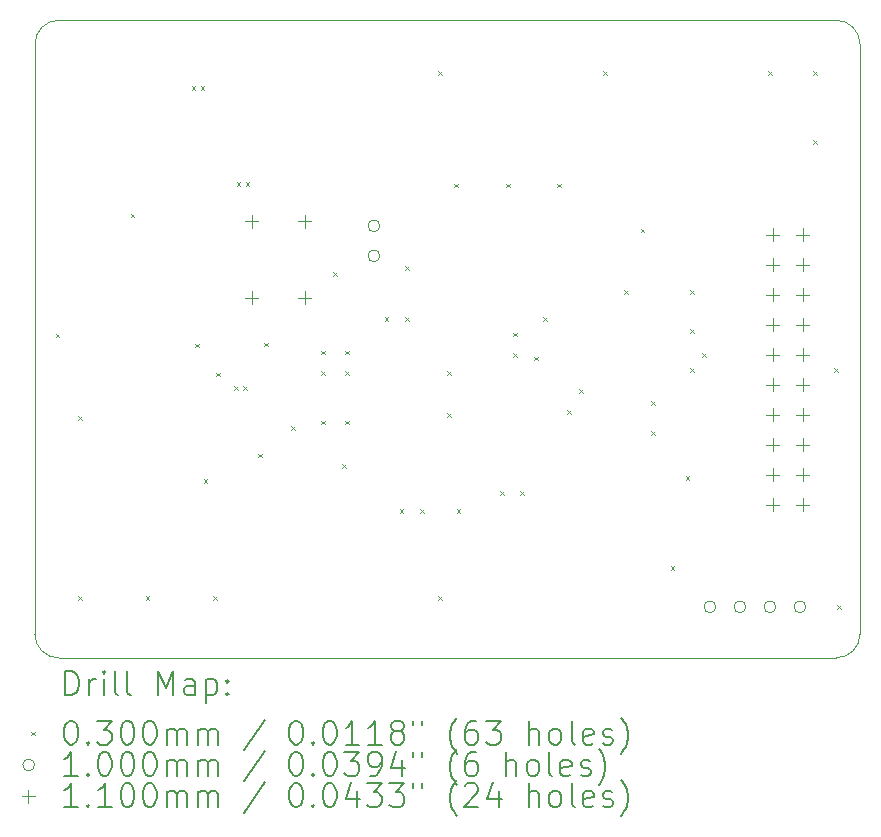
<source format=gbr>
%TF.GenerationSoftware,KiCad,Pcbnew,9.0.0*%
%TF.CreationDate,2025-08-17T11:07:12-05:00*%
%TF.ProjectId,silver-platter,73696c76-6572-42d7-906c-61747465722e,rev?*%
%TF.SameCoordinates,Original*%
%TF.FileFunction,Drillmap*%
%TF.FilePolarity,Positive*%
%FSLAX45Y45*%
G04 Gerber Fmt 4.5, Leading zero omitted, Abs format (unit mm)*
G04 Created by KiCad (PCBNEW 9.0.0) date 2025-08-17 11:07:12*
%MOMM*%
%LPD*%
G01*
G04 APERTURE LIST*
%ADD10C,0.050000*%
%ADD11C,0.200000*%
%ADD12C,0.100000*%
%ADD13C,0.110000*%
G04 APERTURE END LIST*
D10*
X11811000Y-7502500D02*
G75*
G02*
X12011000Y-7302500I200000J0D01*
G01*
X11811000Y-12500000D02*
X11811000Y-7502500D01*
X18796000Y-12500000D02*
G75*
G02*
X18596000Y-12700000I-200000J0D01*
G01*
X12011000Y-7302500D02*
X18596000Y-7302500D01*
X18596000Y-12700000D02*
X12011000Y-12700000D01*
X18796000Y-7502500D02*
X18796000Y-12500000D01*
X18596000Y-7302500D02*
G75*
G02*
X18796000Y-7502500I0J-200000D01*
G01*
X12011000Y-12700000D02*
G75*
G02*
X11811000Y-12500000I0J200000D01*
G01*
D11*
D12*
X11986500Y-9954500D02*
X12016500Y-9984500D01*
X12016500Y-9954500D02*
X11986500Y-9984500D01*
X12177000Y-10653000D02*
X12207000Y-10683000D01*
X12207000Y-10653000D02*
X12177000Y-10683000D01*
X12177000Y-12177000D02*
X12207000Y-12207000D01*
X12207000Y-12177000D02*
X12177000Y-12207000D01*
X12621500Y-8938500D02*
X12651500Y-8968500D01*
X12651500Y-8938500D02*
X12621500Y-8968500D01*
X12748500Y-12177000D02*
X12778500Y-12207000D01*
X12778500Y-12177000D02*
X12748500Y-12207000D01*
X13139550Y-7861650D02*
X13169550Y-7891650D01*
X13169550Y-7861650D02*
X13139550Y-7891650D01*
X13167600Y-10038650D02*
X13197600Y-10068650D01*
X13197600Y-10038650D02*
X13167600Y-10068650D01*
X13215750Y-7861650D02*
X13245750Y-7891650D01*
X13245750Y-7861650D02*
X13215750Y-7891650D01*
X13239100Y-11186400D02*
X13269100Y-11216400D01*
X13269100Y-11186400D02*
X13239100Y-11216400D01*
X13320000Y-12177000D02*
X13350000Y-12207000D01*
X13350000Y-12177000D02*
X13320000Y-12207000D01*
X13346500Y-10287350D02*
X13376500Y-10317350D01*
X13376500Y-10287350D02*
X13346500Y-10317350D01*
X13497800Y-10399000D02*
X13527800Y-10429000D01*
X13527800Y-10399000D02*
X13497800Y-10429000D01*
X13520550Y-8674450D02*
X13550550Y-8704450D01*
X13550550Y-8674450D02*
X13520550Y-8704450D01*
X13574000Y-10399000D02*
X13604000Y-10429000D01*
X13604000Y-10399000D02*
X13574000Y-10429000D01*
X13596750Y-8674450D02*
X13626750Y-8704450D01*
X13626750Y-8674450D02*
X13596750Y-8704450D01*
X13701000Y-10970500D02*
X13731000Y-11000500D01*
X13731000Y-10970500D02*
X13701000Y-11000500D01*
X13751800Y-10033350D02*
X13781800Y-10063350D01*
X13781800Y-10033350D02*
X13751800Y-10063350D01*
X13980400Y-10739250D02*
X14010400Y-10769250D01*
X14010400Y-10739250D02*
X13980400Y-10769250D01*
X14234400Y-10099500D02*
X14264400Y-10129500D01*
X14264400Y-10099500D02*
X14234400Y-10129500D01*
X14234400Y-10272000D02*
X14264400Y-10302000D01*
X14264400Y-10272000D02*
X14234400Y-10302000D01*
X14234400Y-10693750D02*
X14264400Y-10723750D01*
X14264400Y-10693750D02*
X14234400Y-10723750D01*
X14336000Y-9433800D02*
X14366000Y-9463800D01*
X14366000Y-9433800D02*
X14336000Y-9463800D01*
X14412200Y-11059400D02*
X14442200Y-11089400D01*
X14442200Y-11059400D02*
X14412200Y-11089400D01*
X14437600Y-10099500D02*
X14467600Y-10129500D01*
X14467600Y-10099500D02*
X14437600Y-10129500D01*
X14437600Y-10272000D02*
X14467600Y-10302000D01*
X14467600Y-10272000D02*
X14437600Y-10302000D01*
X14437600Y-10693750D02*
X14467600Y-10723750D01*
X14467600Y-10693750D02*
X14437600Y-10723750D01*
X14773100Y-9814800D02*
X14803100Y-9844800D01*
X14803100Y-9814800D02*
X14773100Y-9844800D01*
X14900100Y-11440400D02*
X14930100Y-11470400D01*
X14930100Y-11440400D02*
X14900100Y-11470400D01*
X14945600Y-9383000D02*
X14975600Y-9413000D01*
X14975600Y-9383000D02*
X14945600Y-9413000D01*
X14945600Y-9814800D02*
X14975600Y-9844800D01*
X14975600Y-9814800D02*
X14945600Y-9844800D01*
X15072600Y-11440400D02*
X15102600Y-11470400D01*
X15102600Y-11440400D02*
X15072600Y-11470400D01*
X15225000Y-7732000D02*
X15255000Y-7762000D01*
X15255000Y-7732000D02*
X15225000Y-7762000D01*
X15225000Y-12177000D02*
X15255000Y-12207000D01*
X15255000Y-12177000D02*
X15225000Y-12207000D01*
X15301200Y-10272000D02*
X15331200Y-10302000D01*
X15331200Y-10272000D02*
X15301200Y-10302000D01*
X15301200Y-10627600D02*
X15331200Y-10657600D01*
X15331200Y-10627600D02*
X15301200Y-10657600D01*
X15361700Y-8685000D02*
X15391700Y-8715000D01*
X15391700Y-8685000D02*
X15361700Y-8715000D01*
X15382700Y-11440400D02*
X15412700Y-11470400D01*
X15412700Y-11440400D02*
X15382700Y-11470400D01*
X15748350Y-11288000D02*
X15778350Y-11318000D01*
X15778350Y-11288000D02*
X15748350Y-11318000D01*
X15803200Y-8685000D02*
X15833200Y-8715000D01*
X15833200Y-8685000D02*
X15803200Y-8715000D01*
X15860000Y-9947100D02*
X15890000Y-9977100D01*
X15890000Y-9947100D02*
X15860000Y-9977100D01*
X15860000Y-10119600D02*
X15890000Y-10149600D01*
X15890000Y-10119600D02*
X15860000Y-10149600D01*
X15920850Y-11288000D02*
X15950850Y-11318000D01*
X15950850Y-11288000D02*
X15920850Y-11318000D01*
X16037800Y-10150300D02*
X16067800Y-10180300D01*
X16067800Y-10150300D02*
X16037800Y-10180300D01*
X16114000Y-9814800D02*
X16144000Y-9844800D01*
X16144000Y-9814800D02*
X16114000Y-9844800D01*
X16235000Y-8685000D02*
X16265000Y-8715000D01*
X16265000Y-8685000D02*
X16235000Y-8715000D01*
X16317200Y-10602200D02*
X16347200Y-10632200D01*
X16347200Y-10602200D02*
X16317200Y-10632200D01*
X16418800Y-10424400D02*
X16448800Y-10454400D01*
X16448800Y-10424400D02*
X16418800Y-10454400D01*
X16622000Y-7732000D02*
X16652000Y-7762000D01*
X16652000Y-7732000D02*
X16622000Y-7762000D01*
X16799800Y-9586200D02*
X16829800Y-9616200D01*
X16829800Y-9586200D02*
X16799800Y-9616200D01*
X16939500Y-9065500D02*
X16969500Y-9095500D01*
X16969500Y-9065500D02*
X16939500Y-9095500D01*
X17028400Y-10526000D02*
X17058400Y-10556000D01*
X17058400Y-10526000D02*
X17028400Y-10556000D01*
X17028400Y-10780000D02*
X17058400Y-10810000D01*
X17058400Y-10780000D02*
X17028400Y-10810000D01*
X17193500Y-11923000D02*
X17223500Y-11953000D01*
X17223500Y-11923000D02*
X17193500Y-11953000D01*
X17320500Y-11161000D02*
X17350500Y-11191000D01*
X17350500Y-11161000D02*
X17320500Y-11191000D01*
X17358600Y-9586200D02*
X17388600Y-9616200D01*
X17388600Y-9586200D02*
X17358600Y-9616200D01*
X17358600Y-9916400D02*
X17388600Y-9946400D01*
X17388600Y-9916400D02*
X17358600Y-9946400D01*
X17358600Y-10246600D02*
X17388600Y-10276600D01*
X17388600Y-10246600D02*
X17358600Y-10276600D01*
X17460200Y-10119600D02*
X17490200Y-10149600D01*
X17490200Y-10119600D02*
X17460200Y-10149600D01*
X18019000Y-7732000D02*
X18049000Y-7762000D01*
X18049000Y-7732000D02*
X18019000Y-7762000D01*
X18400000Y-7732000D02*
X18430000Y-7762000D01*
X18430000Y-7732000D02*
X18400000Y-7762000D01*
X18400000Y-8316200D02*
X18430000Y-8346200D01*
X18430000Y-8316200D02*
X18400000Y-8346200D01*
X18577800Y-10246600D02*
X18607800Y-10276600D01*
X18607800Y-10246600D02*
X18577800Y-10276600D01*
X18603200Y-12253200D02*
X18633200Y-12283200D01*
X18633200Y-12253200D02*
X18603200Y-12283200D01*
X14731200Y-9042400D02*
G75*
G02*
X14631200Y-9042400I-50000J0D01*
G01*
X14631200Y-9042400D02*
G75*
G02*
X14731200Y-9042400I50000J0D01*
G01*
X14731200Y-9296400D02*
G75*
G02*
X14631200Y-9296400I-50000J0D01*
G01*
X14631200Y-9296400D02*
G75*
G02*
X14731200Y-9296400I50000J0D01*
G01*
X17576000Y-12268200D02*
G75*
G02*
X17476000Y-12268200I-50000J0D01*
G01*
X17476000Y-12268200D02*
G75*
G02*
X17576000Y-12268200I50000J0D01*
G01*
X17830000Y-12268200D02*
G75*
G02*
X17730000Y-12268200I-50000J0D01*
G01*
X17730000Y-12268200D02*
G75*
G02*
X17830000Y-12268200I50000J0D01*
G01*
X18084000Y-12268200D02*
G75*
G02*
X17984000Y-12268200I-50000J0D01*
G01*
X17984000Y-12268200D02*
G75*
G02*
X18084000Y-12268200I50000J0D01*
G01*
X18338000Y-12268200D02*
G75*
G02*
X18238000Y-12268200I-50000J0D01*
G01*
X18238000Y-12268200D02*
G75*
G02*
X18338000Y-12268200I50000J0D01*
G01*
D13*
X13647000Y-8947000D02*
X13647000Y-9057000D01*
X13592000Y-9002000D02*
X13702000Y-9002000D01*
X13647000Y-9597000D02*
X13647000Y-9707000D01*
X13592000Y-9652000D02*
X13702000Y-9652000D01*
X14097000Y-8947000D02*
X14097000Y-9057000D01*
X14042000Y-9002000D02*
X14152000Y-9002000D01*
X14097000Y-9597000D02*
X14097000Y-9707000D01*
X14042000Y-9652000D02*
X14152000Y-9652000D01*
X18059400Y-9063600D02*
X18059400Y-9173600D01*
X18004400Y-9118600D02*
X18114400Y-9118600D01*
X18059400Y-9317600D02*
X18059400Y-9427600D01*
X18004400Y-9372600D02*
X18114400Y-9372600D01*
X18059400Y-9571600D02*
X18059400Y-9681600D01*
X18004400Y-9626600D02*
X18114400Y-9626600D01*
X18059400Y-9825600D02*
X18059400Y-9935600D01*
X18004400Y-9880600D02*
X18114400Y-9880600D01*
X18059400Y-10079600D02*
X18059400Y-10189600D01*
X18004400Y-10134600D02*
X18114400Y-10134600D01*
X18059400Y-10333600D02*
X18059400Y-10443600D01*
X18004400Y-10388600D02*
X18114400Y-10388600D01*
X18059400Y-10587600D02*
X18059400Y-10697600D01*
X18004400Y-10642600D02*
X18114400Y-10642600D01*
X18059400Y-10841600D02*
X18059400Y-10951600D01*
X18004400Y-10896600D02*
X18114400Y-10896600D01*
X18059400Y-11095600D02*
X18059400Y-11205600D01*
X18004400Y-11150600D02*
X18114400Y-11150600D01*
X18059400Y-11349600D02*
X18059400Y-11459600D01*
X18004400Y-11404600D02*
X18114400Y-11404600D01*
X18313400Y-9063600D02*
X18313400Y-9173600D01*
X18258400Y-9118600D02*
X18368400Y-9118600D01*
X18313400Y-9317600D02*
X18313400Y-9427600D01*
X18258400Y-9372600D02*
X18368400Y-9372600D01*
X18313400Y-9571600D02*
X18313400Y-9681600D01*
X18258400Y-9626600D02*
X18368400Y-9626600D01*
X18313400Y-9825600D02*
X18313400Y-9935600D01*
X18258400Y-9880600D02*
X18368400Y-9880600D01*
X18313400Y-10079600D02*
X18313400Y-10189600D01*
X18258400Y-10134600D02*
X18368400Y-10134600D01*
X18313400Y-10333600D02*
X18313400Y-10443600D01*
X18258400Y-10388600D02*
X18368400Y-10388600D01*
X18313400Y-10587600D02*
X18313400Y-10697600D01*
X18258400Y-10642600D02*
X18368400Y-10642600D01*
X18313400Y-10841600D02*
X18313400Y-10951600D01*
X18258400Y-10896600D02*
X18368400Y-10896600D01*
X18313400Y-11095600D02*
X18313400Y-11205600D01*
X18258400Y-11150600D02*
X18368400Y-11150600D01*
X18313400Y-11349600D02*
X18313400Y-11459600D01*
X18258400Y-11404600D02*
X18368400Y-11404600D01*
D11*
X12069277Y-13013984D02*
X12069277Y-12813984D01*
X12069277Y-12813984D02*
X12116896Y-12813984D01*
X12116896Y-12813984D02*
X12145467Y-12823508D01*
X12145467Y-12823508D02*
X12164515Y-12842555D01*
X12164515Y-12842555D02*
X12174039Y-12861603D01*
X12174039Y-12861603D02*
X12183562Y-12899698D01*
X12183562Y-12899698D02*
X12183562Y-12928269D01*
X12183562Y-12928269D02*
X12174039Y-12966365D01*
X12174039Y-12966365D02*
X12164515Y-12985412D01*
X12164515Y-12985412D02*
X12145467Y-13004460D01*
X12145467Y-13004460D02*
X12116896Y-13013984D01*
X12116896Y-13013984D02*
X12069277Y-13013984D01*
X12269277Y-13013984D02*
X12269277Y-12880650D01*
X12269277Y-12918746D02*
X12278801Y-12899698D01*
X12278801Y-12899698D02*
X12288324Y-12890174D01*
X12288324Y-12890174D02*
X12307372Y-12880650D01*
X12307372Y-12880650D02*
X12326420Y-12880650D01*
X12393086Y-13013984D02*
X12393086Y-12880650D01*
X12393086Y-12813984D02*
X12383562Y-12823508D01*
X12383562Y-12823508D02*
X12393086Y-12833031D01*
X12393086Y-12833031D02*
X12402610Y-12823508D01*
X12402610Y-12823508D02*
X12393086Y-12813984D01*
X12393086Y-12813984D02*
X12393086Y-12833031D01*
X12516896Y-13013984D02*
X12497848Y-13004460D01*
X12497848Y-13004460D02*
X12488324Y-12985412D01*
X12488324Y-12985412D02*
X12488324Y-12813984D01*
X12621658Y-13013984D02*
X12602610Y-13004460D01*
X12602610Y-13004460D02*
X12593086Y-12985412D01*
X12593086Y-12985412D02*
X12593086Y-12813984D01*
X12850229Y-13013984D02*
X12850229Y-12813984D01*
X12850229Y-12813984D02*
X12916896Y-12956841D01*
X12916896Y-12956841D02*
X12983562Y-12813984D01*
X12983562Y-12813984D02*
X12983562Y-13013984D01*
X13164515Y-13013984D02*
X13164515Y-12909222D01*
X13164515Y-12909222D02*
X13154991Y-12890174D01*
X13154991Y-12890174D02*
X13135943Y-12880650D01*
X13135943Y-12880650D02*
X13097848Y-12880650D01*
X13097848Y-12880650D02*
X13078801Y-12890174D01*
X13164515Y-13004460D02*
X13145467Y-13013984D01*
X13145467Y-13013984D02*
X13097848Y-13013984D01*
X13097848Y-13013984D02*
X13078801Y-13004460D01*
X13078801Y-13004460D02*
X13069277Y-12985412D01*
X13069277Y-12985412D02*
X13069277Y-12966365D01*
X13069277Y-12966365D02*
X13078801Y-12947317D01*
X13078801Y-12947317D02*
X13097848Y-12937793D01*
X13097848Y-12937793D02*
X13145467Y-12937793D01*
X13145467Y-12937793D02*
X13164515Y-12928269D01*
X13259753Y-12880650D02*
X13259753Y-13080650D01*
X13259753Y-12890174D02*
X13278801Y-12880650D01*
X13278801Y-12880650D02*
X13316896Y-12880650D01*
X13316896Y-12880650D02*
X13335943Y-12890174D01*
X13335943Y-12890174D02*
X13345467Y-12899698D01*
X13345467Y-12899698D02*
X13354991Y-12918746D01*
X13354991Y-12918746D02*
X13354991Y-12975888D01*
X13354991Y-12975888D02*
X13345467Y-12994936D01*
X13345467Y-12994936D02*
X13335943Y-13004460D01*
X13335943Y-13004460D02*
X13316896Y-13013984D01*
X13316896Y-13013984D02*
X13278801Y-13013984D01*
X13278801Y-13013984D02*
X13259753Y-13004460D01*
X13440705Y-12994936D02*
X13450229Y-13004460D01*
X13450229Y-13004460D02*
X13440705Y-13013984D01*
X13440705Y-13013984D02*
X13431182Y-13004460D01*
X13431182Y-13004460D02*
X13440705Y-12994936D01*
X13440705Y-12994936D02*
X13440705Y-13013984D01*
X13440705Y-12890174D02*
X13450229Y-12899698D01*
X13450229Y-12899698D02*
X13440705Y-12909222D01*
X13440705Y-12909222D02*
X13431182Y-12899698D01*
X13431182Y-12899698D02*
X13440705Y-12890174D01*
X13440705Y-12890174D02*
X13440705Y-12909222D01*
D12*
X11778500Y-13327500D02*
X11808500Y-13357500D01*
X11808500Y-13327500D02*
X11778500Y-13357500D01*
D11*
X12107372Y-13233984D02*
X12126420Y-13233984D01*
X12126420Y-13233984D02*
X12145467Y-13243508D01*
X12145467Y-13243508D02*
X12154991Y-13253031D01*
X12154991Y-13253031D02*
X12164515Y-13272079D01*
X12164515Y-13272079D02*
X12174039Y-13310174D01*
X12174039Y-13310174D02*
X12174039Y-13357793D01*
X12174039Y-13357793D02*
X12164515Y-13395888D01*
X12164515Y-13395888D02*
X12154991Y-13414936D01*
X12154991Y-13414936D02*
X12145467Y-13424460D01*
X12145467Y-13424460D02*
X12126420Y-13433984D01*
X12126420Y-13433984D02*
X12107372Y-13433984D01*
X12107372Y-13433984D02*
X12088324Y-13424460D01*
X12088324Y-13424460D02*
X12078801Y-13414936D01*
X12078801Y-13414936D02*
X12069277Y-13395888D01*
X12069277Y-13395888D02*
X12059753Y-13357793D01*
X12059753Y-13357793D02*
X12059753Y-13310174D01*
X12059753Y-13310174D02*
X12069277Y-13272079D01*
X12069277Y-13272079D02*
X12078801Y-13253031D01*
X12078801Y-13253031D02*
X12088324Y-13243508D01*
X12088324Y-13243508D02*
X12107372Y-13233984D01*
X12259753Y-13414936D02*
X12269277Y-13424460D01*
X12269277Y-13424460D02*
X12259753Y-13433984D01*
X12259753Y-13433984D02*
X12250229Y-13424460D01*
X12250229Y-13424460D02*
X12259753Y-13414936D01*
X12259753Y-13414936D02*
X12259753Y-13433984D01*
X12335943Y-13233984D02*
X12459753Y-13233984D01*
X12459753Y-13233984D02*
X12393086Y-13310174D01*
X12393086Y-13310174D02*
X12421658Y-13310174D01*
X12421658Y-13310174D02*
X12440705Y-13319698D01*
X12440705Y-13319698D02*
X12450229Y-13329222D01*
X12450229Y-13329222D02*
X12459753Y-13348269D01*
X12459753Y-13348269D02*
X12459753Y-13395888D01*
X12459753Y-13395888D02*
X12450229Y-13414936D01*
X12450229Y-13414936D02*
X12440705Y-13424460D01*
X12440705Y-13424460D02*
X12421658Y-13433984D01*
X12421658Y-13433984D02*
X12364515Y-13433984D01*
X12364515Y-13433984D02*
X12345467Y-13424460D01*
X12345467Y-13424460D02*
X12335943Y-13414936D01*
X12583562Y-13233984D02*
X12602610Y-13233984D01*
X12602610Y-13233984D02*
X12621658Y-13243508D01*
X12621658Y-13243508D02*
X12631182Y-13253031D01*
X12631182Y-13253031D02*
X12640705Y-13272079D01*
X12640705Y-13272079D02*
X12650229Y-13310174D01*
X12650229Y-13310174D02*
X12650229Y-13357793D01*
X12650229Y-13357793D02*
X12640705Y-13395888D01*
X12640705Y-13395888D02*
X12631182Y-13414936D01*
X12631182Y-13414936D02*
X12621658Y-13424460D01*
X12621658Y-13424460D02*
X12602610Y-13433984D01*
X12602610Y-13433984D02*
X12583562Y-13433984D01*
X12583562Y-13433984D02*
X12564515Y-13424460D01*
X12564515Y-13424460D02*
X12554991Y-13414936D01*
X12554991Y-13414936D02*
X12545467Y-13395888D01*
X12545467Y-13395888D02*
X12535943Y-13357793D01*
X12535943Y-13357793D02*
X12535943Y-13310174D01*
X12535943Y-13310174D02*
X12545467Y-13272079D01*
X12545467Y-13272079D02*
X12554991Y-13253031D01*
X12554991Y-13253031D02*
X12564515Y-13243508D01*
X12564515Y-13243508D02*
X12583562Y-13233984D01*
X12774039Y-13233984D02*
X12793086Y-13233984D01*
X12793086Y-13233984D02*
X12812134Y-13243508D01*
X12812134Y-13243508D02*
X12821658Y-13253031D01*
X12821658Y-13253031D02*
X12831182Y-13272079D01*
X12831182Y-13272079D02*
X12840705Y-13310174D01*
X12840705Y-13310174D02*
X12840705Y-13357793D01*
X12840705Y-13357793D02*
X12831182Y-13395888D01*
X12831182Y-13395888D02*
X12821658Y-13414936D01*
X12821658Y-13414936D02*
X12812134Y-13424460D01*
X12812134Y-13424460D02*
X12793086Y-13433984D01*
X12793086Y-13433984D02*
X12774039Y-13433984D01*
X12774039Y-13433984D02*
X12754991Y-13424460D01*
X12754991Y-13424460D02*
X12745467Y-13414936D01*
X12745467Y-13414936D02*
X12735943Y-13395888D01*
X12735943Y-13395888D02*
X12726420Y-13357793D01*
X12726420Y-13357793D02*
X12726420Y-13310174D01*
X12726420Y-13310174D02*
X12735943Y-13272079D01*
X12735943Y-13272079D02*
X12745467Y-13253031D01*
X12745467Y-13253031D02*
X12754991Y-13243508D01*
X12754991Y-13243508D02*
X12774039Y-13233984D01*
X12926420Y-13433984D02*
X12926420Y-13300650D01*
X12926420Y-13319698D02*
X12935943Y-13310174D01*
X12935943Y-13310174D02*
X12954991Y-13300650D01*
X12954991Y-13300650D02*
X12983563Y-13300650D01*
X12983563Y-13300650D02*
X13002610Y-13310174D01*
X13002610Y-13310174D02*
X13012134Y-13329222D01*
X13012134Y-13329222D02*
X13012134Y-13433984D01*
X13012134Y-13329222D02*
X13021658Y-13310174D01*
X13021658Y-13310174D02*
X13040705Y-13300650D01*
X13040705Y-13300650D02*
X13069277Y-13300650D01*
X13069277Y-13300650D02*
X13088324Y-13310174D01*
X13088324Y-13310174D02*
X13097848Y-13329222D01*
X13097848Y-13329222D02*
X13097848Y-13433984D01*
X13193086Y-13433984D02*
X13193086Y-13300650D01*
X13193086Y-13319698D02*
X13202610Y-13310174D01*
X13202610Y-13310174D02*
X13221658Y-13300650D01*
X13221658Y-13300650D02*
X13250229Y-13300650D01*
X13250229Y-13300650D02*
X13269277Y-13310174D01*
X13269277Y-13310174D02*
X13278801Y-13329222D01*
X13278801Y-13329222D02*
X13278801Y-13433984D01*
X13278801Y-13329222D02*
X13288324Y-13310174D01*
X13288324Y-13310174D02*
X13307372Y-13300650D01*
X13307372Y-13300650D02*
X13335943Y-13300650D01*
X13335943Y-13300650D02*
X13354991Y-13310174D01*
X13354991Y-13310174D02*
X13364515Y-13329222D01*
X13364515Y-13329222D02*
X13364515Y-13433984D01*
X13754991Y-13224460D02*
X13583563Y-13481603D01*
X14012134Y-13233984D02*
X14031182Y-13233984D01*
X14031182Y-13233984D02*
X14050229Y-13243508D01*
X14050229Y-13243508D02*
X14059753Y-13253031D01*
X14059753Y-13253031D02*
X14069277Y-13272079D01*
X14069277Y-13272079D02*
X14078801Y-13310174D01*
X14078801Y-13310174D02*
X14078801Y-13357793D01*
X14078801Y-13357793D02*
X14069277Y-13395888D01*
X14069277Y-13395888D02*
X14059753Y-13414936D01*
X14059753Y-13414936D02*
X14050229Y-13424460D01*
X14050229Y-13424460D02*
X14031182Y-13433984D01*
X14031182Y-13433984D02*
X14012134Y-13433984D01*
X14012134Y-13433984D02*
X13993086Y-13424460D01*
X13993086Y-13424460D02*
X13983563Y-13414936D01*
X13983563Y-13414936D02*
X13974039Y-13395888D01*
X13974039Y-13395888D02*
X13964515Y-13357793D01*
X13964515Y-13357793D02*
X13964515Y-13310174D01*
X13964515Y-13310174D02*
X13974039Y-13272079D01*
X13974039Y-13272079D02*
X13983563Y-13253031D01*
X13983563Y-13253031D02*
X13993086Y-13243508D01*
X13993086Y-13243508D02*
X14012134Y-13233984D01*
X14164515Y-13414936D02*
X14174039Y-13424460D01*
X14174039Y-13424460D02*
X14164515Y-13433984D01*
X14164515Y-13433984D02*
X14154991Y-13424460D01*
X14154991Y-13424460D02*
X14164515Y-13414936D01*
X14164515Y-13414936D02*
X14164515Y-13433984D01*
X14297848Y-13233984D02*
X14316896Y-13233984D01*
X14316896Y-13233984D02*
X14335944Y-13243508D01*
X14335944Y-13243508D02*
X14345467Y-13253031D01*
X14345467Y-13253031D02*
X14354991Y-13272079D01*
X14354991Y-13272079D02*
X14364515Y-13310174D01*
X14364515Y-13310174D02*
X14364515Y-13357793D01*
X14364515Y-13357793D02*
X14354991Y-13395888D01*
X14354991Y-13395888D02*
X14345467Y-13414936D01*
X14345467Y-13414936D02*
X14335944Y-13424460D01*
X14335944Y-13424460D02*
X14316896Y-13433984D01*
X14316896Y-13433984D02*
X14297848Y-13433984D01*
X14297848Y-13433984D02*
X14278801Y-13424460D01*
X14278801Y-13424460D02*
X14269277Y-13414936D01*
X14269277Y-13414936D02*
X14259753Y-13395888D01*
X14259753Y-13395888D02*
X14250229Y-13357793D01*
X14250229Y-13357793D02*
X14250229Y-13310174D01*
X14250229Y-13310174D02*
X14259753Y-13272079D01*
X14259753Y-13272079D02*
X14269277Y-13253031D01*
X14269277Y-13253031D02*
X14278801Y-13243508D01*
X14278801Y-13243508D02*
X14297848Y-13233984D01*
X14554991Y-13433984D02*
X14440706Y-13433984D01*
X14497848Y-13433984D02*
X14497848Y-13233984D01*
X14497848Y-13233984D02*
X14478801Y-13262555D01*
X14478801Y-13262555D02*
X14459753Y-13281603D01*
X14459753Y-13281603D02*
X14440706Y-13291127D01*
X14745467Y-13433984D02*
X14631182Y-13433984D01*
X14688325Y-13433984D02*
X14688325Y-13233984D01*
X14688325Y-13233984D02*
X14669277Y-13262555D01*
X14669277Y-13262555D02*
X14650229Y-13281603D01*
X14650229Y-13281603D02*
X14631182Y-13291127D01*
X14859753Y-13319698D02*
X14840706Y-13310174D01*
X14840706Y-13310174D02*
X14831182Y-13300650D01*
X14831182Y-13300650D02*
X14821658Y-13281603D01*
X14821658Y-13281603D02*
X14821658Y-13272079D01*
X14821658Y-13272079D02*
X14831182Y-13253031D01*
X14831182Y-13253031D02*
X14840706Y-13243508D01*
X14840706Y-13243508D02*
X14859753Y-13233984D01*
X14859753Y-13233984D02*
X14897848Y-13233984D01*
X14897848Y-13233984D02*
X14916896Y-13243508D01*
X14916896Y-13243508D02*
X14926420Y-13253031D01*
X14926420Y-13253031D02*
X14935944Y-13272079D01*
X14935944Y-13272079D02*
X14935944Y-13281603D01*
X14935944Y-13281603D02*
X14926420Y-13300650D01*
X14926420Y-13300650D02*
X14916896Y-13310174D01*
X14916896Y-13310174D02*
X14897848Y-13319698D01*
X14897848Y-13319698D02*
X14859753Y-13319698D01*
X14859753Y-13319698D02*
X14840706Y-13329222D01*
X14840706Y-13329222D02*
X14831182Y-13338746D01*
X14831182Y-13338746D02*
X14821658Y-13357793D01*
X14821658Y-13357793D02*
X14821658Y-13395888D01*
X14821658Y-13395888D02*
X14831182Y-13414936D01*
X14831182Y-13414936D02*
X14840706Y-13424460D01*
X14840706Y-13424460D02*
X14859753Y-13433984D01*
X14859753Y-13433984D02*
X14897848Y-13433984D01*
X14897848Y-13433984D02*
X14916896Y-13424460D01*
X14916896Y-13424460D02*
X14926420Y-13414936D01*
X14926420Y-13414936D02*
X14935944Y-13395888D01*
X14935944Y-13395888D02*
X14935944Y-13357793D01*
X14935944Y-13357793D02*
X14926420Y-13338746D01*
X14926420Y-13338746D02*
X14916896Y-13329222D01*
X14916896Y-13329222D02*
X14897848Y-13319698D01*
X15012134Y-13233984D02*
X15012134Y-13272079D01*
X15088325Y-13233984D02*
X15088325Y-13272079D01*
X15383563Y-13510174D02*
X15374039Y-13500650D01*
X15374039Y-13500650D02*
X15354991Y-13472079D01*
X15354991Y-13472079D02*
X15345468Y-13453031D01*
X15345468Y-13453031D02*
X15335944Y-13424460D01*
X15335944Y-13424460D02*
X15326420Y-13376841D01*
X15326420Y-13376841D02*
X15326420Y-13338746D01*
X15326420Y-13338746D02*
X15335944Y-13291127D01*
X15335944Y-13291127D02*
X15345468Y-13262555D01*
X15345468Y-13262555D02*
X15354991Y-13243508D01*
X15354991Y-13243508D02*
X15374039Y-13214936D01*
X15374039Y-13214936D02*
X15383563Y-13205412D01*
X15545468Y-13233984D02*
X15507372Y-13233984D01*
X15507372Y-13233984D02*
X15488325Y-13243508D01*
X15488325Y-13243508D02*
X15478801Y-13253031D01*
X15478801Y-13253031D02*
X15459753Y-13281603D01*
X15459753Y-13281603D02*
X15450229Y-13319698D01*
X15450229Y-13319698D02*
X15450229Y-13395888D01*
X15450229Y-13395888D02*
X15459753Y-13414936D01*
X15459753Y-13414936D02*
X15469277Y-13424460D01*
X15469277Y-13424460D02*
X15488325Y-13433984D01*
X15488325Y-13433984D02*
X15526420Y-13433984D01*
X15526420Y-13433984D02*
X15545468Y-13424460D01*
X15545468Y-13424460D02*
X15554991Y-13414936D01*
X15554991Y-13414936D02*
X15564515Y-13395888D01*
X15564515Y-13395888D02*
X15564515Y-13348269D01*
X15564515Y-13348269D02*
X15554991Y-13329222D01*
X15554991Y-13329222D02*
X15545468Y-13319698D01*
X15545468Y-13319698D02*
X15526420Y-13310174D01*
X15526420Y-13310174D02*
X15488325Y-13310174D01*
X15488325Y-13310174D02*
X15469277Y-13319698D01*
X15469277Y-13319698D02*
X15459753Y-13329222D01*
X15459753Y-13329222D02*
X15450229Y-13348269D01*
X15631182Y-13233984D02*
X15754991Y-13233984D01*
X15754991Y-13233984D02*
X15688325Y-13310174D01*
X15688325Y-13310174D02*
X15716896Y-13310174D01*
X15716896Y-13310174D02*
X15735944Y-13319698D01*
X15735944Y-13319698D02*
X15745468Y-13329222D01*
X15745468Y-13329222D02*
X15754991Y-13348269D01*
X15754991Y-13348269D02*
X15754991Y-13395888D01*
X15754991Y-13395888D02*
X15745468Y-13414936D01*
X15745468Y-13414936D02*
X15735944Y-13424460D01*
X15735944Y-13424460D02*
X15716896Y-13433984D01*
X15716896Y-13433984D02*
X15659753Y-13433984D01*
X15659753Y-13433984D02*
X15640706Y-13424460D01*
X15640706Y-13424460D02*
X15631182Y-13414936D01*
X15993087Y-13433984D02*
X15993087Y-13233984D01*
X16078801Y-13433984D02*
X16078801Y-13329222D01*
X16078801Y-13329222D02*
X16069277Y-13310174D01*
X16069277Y-13310174D02*
X16050230Y-13300650D01*
X16050230Y-13300650D02*
X16021658Y-13300650D01*
X16021658Y-13300650D02*
X16002610Y-13310174D01*
X16002610Y-13310174D02*
X15993087Y-13319698D01*
X16202610Y-13433984D02*
X16183563Y-13424460D01*
X16183563Y-13424460D02*
X16174039Y-13414936D01*
X16174039Y-13414936D02*
X16164515Y-13395888D01*
X16164515Y-13395888D02*
X16164515Y-13338746D01*
X16164515Y-13338746D02*
X16174039Y-13319698D01*
X16174039Y-13319698D02*
X16183563Y-13310174D01*
X16183563Y-13310174D02*
X16202610Y-13300650D01*
X16202610Y-13300650D02*
X16231182Y-13300650D01*
X16231182Y-13300650D02*
X16250230Y-13310174D01*
X16250230Y-13310174D02*
X16259753Y-13319698D01*
X16259753Y-13319698D02*
X16269277Y-13338746D01*
X16269277Y-13338746D02*
X16269277Y-13395888D01*
X16269277Y-13395888D02*
X16259753Y-13414936D01*
X16259753Y-13414936D02*
X16250230Y-13424460D01*
X16250230Y-13424460D02*
X16231182Y-13433984D01*
X16231182Y-13433984D02*
X16202610Y-13433984D01*
X16383563Y-13433984D02*
X16364515Y-13424460D01*
X16364515Y-13424460D02*
X16354991Y-13405412D01*
X16354991Y-13405412D02*
X16354991Y-13233984D01*
X16535944Y-13424460D02*
X16516896Y-13433984D01*
X16516896Y-13433984D02*
X16478801Y-13433984D01*
X16478801Y-13433984D02*
X16459753Y-13424460D01*
X16459753Y-13424460D02*
X16450230Y-13405412D01*
X16450230Y-13405412D02*
X16450230Y-13329222D01*
X16450230Y-13329222D02*
X16459753Y-13310174D01*
X16459753Y-13310174D02*
X16478801Y-13300650D01*
X16478801Y-13300650D02*
X16516896Y-13300650D01*
X16516896Y-13300650D02*
X16535944Y-13310174D01*
X16535944Y-13310174D02*
X16545468Y-13329222D01*
X16545468Y-13329222D02*
X16545468Y-13348269D01*
X16545468Y-13348269D02*
X16450230Y-13367317D01*
X16621658Y-13424460D02*
X16640706Y-13433984D01*
X16640706Y-13433984D02*
X16678801Y-13433984D01*
X16678801Y-13433984D02*
X16697849Y-13424460D01*
X16697849Y-13424460D02*
X16707372Y-13405412D01*
X16707372Y-13405412D02*
X16707372Y-13395888D01*
X16707372Y-13395888D02*
X16697849Y-13376841D01*
X16697849Y-13376841D02*
X16678801Y-13367317D01*
X16678801Y-13367317D02*
X16650230Y-13367317D01*
X16650230Y-13367317D02*
X16631182Y-13357793D01*
X16631182Y-13357793D02*
X16621658Y-13338746D01*
X16621658Y-13338746D02*
X16621658Y-13329222D01*
X16621658Y-13329222D02*
X16631182Y-13310174D01*
X16631182Y-13310174D02*
X16650230Y-13300650D01*
X16650230Y-13300650D02*
X16678801Y-13300650D01*
X16678801Y-13300650D02*
X16697849Y-13310174D01*
X16774039Y-13510174D02*
X16783563Y-13500650D01*
X16783563Y-13500650D02*
X16802611Y-13472079D01*
X16802611Y-13472079D02*
X16812134Y-13453031D01*
X16812134Y-13453031D02*
X16821658Y-13424460D01*
X16821658Y-13424460D02*
X16831182Y-13376841D01*
X16831182Y-13376841D02*
X16831182Y-13338746D01*
X16831182Y-13338746D02*
X16821658Y-13291127D01*
X16821658Y-13291127D02*
X16812134Y-13262555D01*
X16812134Y-13262555D02*
X16802611Y-13243508D01*
X16802611Y-13243508D02*
X16783563Y-13214936D01*
X16783563Y-13214936D02*
X16774039Y-13205412D01*
D12*
X11808500Y-13606500D02*
G75*
G02*
X11708500Y-13606500I-50000J0D01*
G01*
X11708500Y-13606500D02*
G75*
G02*
X11808500Y-13606500I50000J0D01*
G01*
D11*
X12174039Y-13697984D02*
X12059753Y-13697984D01*
X12116896Y-13697984D02*
X12116896Y-13497984D01*
X12116896Y-13497984D02*
X12097848Y-13526555D01*
X12097848Y-13526555D02*
X12078801Y-13545603D01*
X12078801Y-13545603D02*
X12059753Y-13555127D01*
X12259753Y-13678936D02*
X12269277Y-13688460D01*
X12269277Y-13688460D02*
X12259753Y-13697984D01*
X12259753Y-13697984D02*
X12250229Y-13688460D01*
X12250229Y-13688460D02*
X12259753Y-13678936D01*
X12259753Y-13678936D02*
X12259753Y-13697984D01*
X12393086Y-13497984D02*
X12412134Y-13497984D01*
X12412134Y-13497984D02*
X12431182Y-13507508D01*
X12431182Y-13507508D02*
X12440705Y-13517031D01*
X12440705Y-13517031D02*
X12450229Y-13536079D01*
X12450229Y-13536079D02*
X12459753Y-13574174D01*
X12459753Y-13574174D02*
X12459753Y-13621793D01*
X12459753Y-13621793D02*
X12450229Y-13659888D01*
X12450229Y-13659888D02*
X12440705Y-13678936D01*
X12440705Y-13678936D02*
X12431182Y-13688460D01*
X12431182Y-13688460D02*
X12412134Y-13697984D01*
X12412134Y-13697984D02*
X12393086Y-13697984D01*
X12393086Y-13697984D02*
X12374039Y-13688460D01*
X12374039Y-13688460D02*
X12364515Y-13678936D01*
X12364515Y-13678936D02*
X12354991Y-13659888D01*
X12354991Y-13659888D02*
X12345467Y-13621793D01*
X12345467Y-13621793D02*
X12345467Y-13574174D01*
X12345467Y-13574174D02*
X12354991Y-13536079D01*
X12354991Y-13536079D02*
X12364515Y-13517031D01*
X12364515Y-13517031D02*
X12374039Y-13507508D01*
X12374039Y-13507508D02*
X12393086Y-13497984D01*
X12583562Y-13497984D02*
X12602610Y-13497984D01*
X12602610Y-13497984D02*
X12621658Y-13507508D01*
X12621658Y-13507508D02*
X12631182Y-13517031D01*
X12631182Y-13517031D02*
X12640705Y-13536079D01*
X12640705Y-13536079D02*
X12650229Y-13574174D01*
X12650229Y-13574174D02*
X12650229Y-13621793D01*
X12650229Y-13621793D02*
X12640705Y-13659888D01*
X12640705Y-13659888D02*
X12631182Y-13678936D01*
X12631182Y-13678936D02*
X12621658Y-13688460D01*
X12621658Y-13688460D02*
X12602610Y-13697984D01*
X12602610Y-13697984D02*
X12583562Y-13697984D01*
X12583562Y-13697984D02*
X12564515Y-13688460D01*
X12564515Y-13688460D02*
X12554991Y-13678936D01*
X12554991Y-13678936D02*
X12545467Y-13659888D01*
X12545467Y-13659888D02*
X12535943Y-13621793D01*
X12535943Y-13621793D02*
X12535943Y-13574174D01*
X12535943Y-13574174D02*
X12545467Y-13536079D01*
X12545467Y-13536079D02*
X12554991Y-13517031D01*
X12554991Y-13517031D02*
X12564515Y-13507508D01*
X12564515Y-13507508D02*
X12583562Y-13497984D01*
X12774039Y-13497984D02*
X12793086Y-13497984D01*
X12793086Y-13497984D02*
X12812134Y-13507508D01*
X12812134Y-13507508D02*
X12821658Y-13517031D01*
X12821658Y-13517031D02*
X12831182Y-13536079D01*
X12831182Y-13536079D02*
X12840705Y-13574174D01*
X12840705Y-13574174D02*
X12840705Y-13621793D01*
X12840705Y-13621793D02*
X12831182Y-13659888D01*
X12831182Y-13659888D02*
X12821658Y-13678936D01*
X12821658Y-13678936D02*
X12812134Y-13688460D01*
X12812134Y-13688460D02*
X12793086Y-13697984D01*
X12793086Y-13697984D02*
X12774039Y-13697984D01*
X12774039Y-13697984D02*
X12754991Y-13688460D01*
X12754991Y-13688460D02*
X12745467Y-13678936D01*
X12745467Y-13678936D02*
X12735943Y-13659888D01*
X12735943Y-13659888D02*
X12726420Y-13621793D01*
X12726420Y-13621793D02*
X12726420Y-13574174D01*
X12726420Y-13574174D02*
X12735943Y-13536079D01*
X12735943Y-13536079D02*
X12745467Y-13517031D01*
X12745467Y-13517031D02*
X12754991Y-13507508D01*
X12754991Y-13507508D02*
X12774039Y-13497984D01*
X12926420Y-13697984D02*
X12926420Y-13564650D01*
X12926420Y-13583698D02*
X12935943Y-13574174D01*
X12935943Y-13574174D02*
X12954991Y-13564650D01*
X12954991Y-13564650D02*
X12983563Y-13564650D01*
X12983563Y-13564650D02*
X13002610Y-13574174D01*
X13002610Y-13574174D02*
X13012134Y-13593222D01*
X13012134Y-13593222D02*
X13012134Y-13697984D01*
X13012134Y-13593222D02*
X13021658Y-13574174D01*
X13021658Y-13574174D02*
X13040705Y-13564650D01*
X13040705Y-13564650D02*
X13069277Y-13564650D01*
X13069277Y-13564650D02*
X13088324Y-13574174D01*
X13088324Y-13574174D02*
X13097848Y-13593222D01*
X13097848Y-13593222D02*
X13097848Y-13697984D01*
X13193086Y-13697984D02*
X13193086Y-13564650D01*
X13193086Y-13583698D02*
X13202610Y-13574174D01*
X13202610Y-13574174D02*
X13221658Y-13564650D01*
X13221658Y-13564650D02*
X13250229Y-13564650D01*
X13250229Y-13564650D02*
X13269277Y-13574174D01*
X13269277Y-13574174D02*
X13278801Y-13593222D01*
X13278801Y-13593222D02*
X13278801Y-13697984D01*
X13278801Y-13593222D02*
X13288324Y-13574174D01*
X13288324Y-13574174D02*
X13307372Y-13564650D01*
X13307372Y-13564650D02*
X13335943Y-13564650D01*
X13335943Y-13564650D02*
X13354991Y-13574174D01*
X13354991Y-13574174D02*
X13364515Y-13593222D01*
X13364515Y-13593222D02*
X13364515Y-13697984D01*
X13754991Y-13488460D02*
X13583563Y-13745603D01*
X14012134Y-13497984D02*
X14031182Y-13497984D01*
X14031182Y-13497984D02*
X14050229Y-13507508D01*
X14050229Y-13507508D02*
X14059753Y-13517031D01*
X14059753Y-13517031D02*
X14069277Y-13536079D01*
X14069277Y-13536079D02*
X14078801Y-13574174D01*
X14078801Y-13574174D02*
X14078801Y-13621793D01*
X14078801Y-13621793D02*
X14069277Y-13659888D01*
X14069277Y-13659888D02*
X14059753Y-13678936D01*
X14059753Y-13678936D02*
X14050229Y-13688460D01*
X14050229Y-13688460D02*
X14031182Y-13697984D01*
X14031182Y-13697984D02*
X14012134Y-13697984D01*
X14012134Y-13697984D02*
X13993086Y-13688460D01*
X13993086Y-13688460D02*
X13983563Y-13678936D01*
X13983563Y-13678936D02*
X13974039Y-13659888D01*
X13974039Y-13659888D02*
X13964515Y-13621793D01*
X13964515Y-13621793D02*
X13964515Y-13574174D01*
X13964515Y-13574174D02*
X13974039Y-13536079D01*
X13974039Y-13536079D02*
X13983563Y-13517031D01*
X13983563Y-13517031D02*
X13993086Y-13507508D01*
X13993086Y-13507508D02*
X14012134Y-13497984D01*
X14164515Y-13678936D02*
X14174039Y-13688460D01*
X14174039Y-13688460D02*
X14164515Y-13697984D01*
X14164515Y-13697984D02*
X14154991Y-13688460D01*
X14154991Y-13688460D02*
X14164515Y-13678936D01*
X14164515Y-13678936D02*
X14164515Y-13697984D01*
X14297848Y-13497984D02*
X14316896Y-13497984D01*
X14316896Y-13497984D02*
X14335944Y-13507508D01*
X14335944Y-13507508D02*
X14345467Y-13517031D01*
X14345467Y-13517031D02*
X14354991Y-13536079D01*
X14354991Y-13536079D02*
X14364515Y-13574174D01*
X14364515Y-13574174D02*
X14364515Y-13621793D01*
X14364515Y-13621793D02*
X14354991Y-13659888D01*
X14354991Y-13659888D02*
X14345467Y-13678936D01*
X14345467Y-13678936D02*
X14335944Y-13688460D01*
X14335944Y-13688460D02*
X14316896Y-13697984D01*
X14316896Y-13697984D02*
X14297848Y-13697984D01*
X14297848Y-13697984D02*
X14278801Y-13688460D01*
X14278801Y-13688460D02*
X14269277Y-13678936D01*
X14269277Y-13678936D02*
X14259753Y-13659888D01*
X14259753Y-13659888D02*
X14250229Y-13621793D01*
X14250229Y-13621793D02*
X14250229Y-13574174D01*
X14250229Y-13574174D02*
X14259753Y-13536079D01*
X14259753Y-13536079D02*
X14269277Y-13517031D01*
X14269277Y-13517031D02*
X14278801Y-13507508D01*
X14278801Y-13507508D02*
X14297848Y-13497984D01*
X14431182Y-13497984D02*
X14554991Y-13497984D01*
X14554991Y-13497984D02*
X14488325Y-13574174D01*
X14488325Y-13574174D02*
X14516896Y-13574174D01*
X14516896Y-13574174D02*
X14535944Y-13583698D01*
X14535944Y-13583698D02*
X14545467Y-13593222D01*
X14545467Y-13593222D02*
X14554991Y-13612269D01*
X14554991Y-13612269D02*
X14554991Y-13659888D01*
X14554991Y-13659888D02*
X14545467Y-13678936D01*
X14545467Y-13678936D02*
X14535944Y-13688460D01*
X14535944Y-13688460D02*
X14516896Y-13697984D01*
X14516896Y-13697984D02*
X14459753Y-13697984D01*
X14459753Y-13697984D02*
X14440706Y-13688460D01*
X14440706Y-13688460D02*
X14431182Y-13678936D01*
X14650229Y-13697984D02*
X14688325Y-13697984D01*
X14688325Y-13697984D02*
X14707372Y-13688460D01*
X14707372Y-13688460D02*
X14716896Y-13678936D01*
X14716896Y-13678936D02*
X14735944Y-13650365D01*
X14735944Y-13650365D02*
X14745467Y-13612269D01*
X14745467Y-13612269D02*
X14745467Y-13536079D01*
X14745467Y-13536079D02*
X14735944Y-13517031D01*
X14735944Y-13517031D02*
X14726420Y-13507508D01*
X14726420Y-13507508D02*
X14707372Y-13497984D01*
X14707372Y-13497984D02*
X14669277Y-13497984D01*
X14669277Y-13497984D02*
X14650229Y-13507508D01*
X14650229Y-13507508D02*
X14640706Y-13517031D01*
X14640706Y-13517031D02*
X14631182Y-13536079D01*
X14631182Y-13536079D02*
X14631182Y-13583698D01*
X14631182Y-13583698D02*
X14640706Y-13602746D01*
X14640706Y-13602746D02*
X14650229Y-13612269D01*
X14650229Y-13612269D02*
X14669277Y-13621793D01*
X14669277Y-13621793D02*
X14707372Y-13621793D01*
X14707372Y-13621793D02*
X14726420Y-13612269D01*
X14726420Y-13612269D02*
X14735944Y-13602746D01*
X14735944Y-13602746D02*
X14745467Y-13583698D01*
X14916896Y-13564650D02*
X14916896Y-13697984D01*
X14869277Y-13488460D02*
X14821658Y-13631317D01*
X14821658Y-13631317D02*
X14945467Y-13631317D01*
X15012134Y-13497984D02*
X15012134Y-13536079D01*
X15088325Y-13497984D02*
X15088325Y-13536079D01*
X15383563Y-13774174D02*
X15374039Y-13764650D01*
X15374039Y-13764650D02*
X15354991Y-13736079D01*
X15354991Y-13736079D02*
X15345468Y-13717031D01*
X15345468Y-13717031D02*
X15335944Y-13688460D01*
X15335944Y-13688460D02*
X15326420Y-13640841D01*
X15326420Y-13640841D02*
X15326420Y-13602746D01*
X15326420Y-13602746D02*
X15335944Y-13555127D01*
X15335944Y-13555127D02*
X15345468Y-13526555D01*
X15345468Y-13526555D02*
X15354991Y-13507508D01*
X15354991Y-13507508D02*
X15374039Y-13478936D01*
X15374039Y-13478936D02*
X15383563Y-13469412D01*
X15545468Y-13497984D02*
X15507372Y-13497984D01*
X15507372Y-13497984D02*
X15488325Y-13507508D01*
X15488325Y-13507508D02*
X15478801Y-13517031D01*
X15478801Y-13517031D02*
X15459753Y-13545603D01*
X15459753Y-13545603D02*
X15450229Y-13583698D01*
X15450229Y-13583698D02*
X15450229Y-13659888D01*
X15450229Y-13659888D02*
X15459753Y-13678936D01*
X15459753Y-13678936D02*
X15469277Y-13688460D01*
X15469277Y-13688460D02*
X15488325Y-13697984D01*
X15488325Y-13697984D02*
X15526420Y-13697984D01*
X15526420Y-13697984D02*
X15545468Y-13688460D01*
X15545468Y-13688460D02*
X15554991Y-13678936D01*
X15554991Y-13678936D02*
X15564515Y-13659888D01*
X15564515Y-13659888D02*
X15564515Y-13612269D01*
X15564515Y-13612269D02*
X15554991Y-13593222D01*
X15554991Y-13593222D02*
X15545468Y-13583698D01*
X15545468Y-13583698D02*
X15526420Y-13574174D01*
X15526420Y-13574174D02*
X15488325Y-13574174D01*
X15488325Y-13574174D02*
X15469277Y-13583698D01*
X15469277Y-13583698D02*
X15459753Y-13593222D01*
X15459753Y-13593222D02*
X15450229Y-13612269D01*
X15802610Y-13697984D02*
X15802610Y-13497984D01*
X15888325Y-13697984D02*
X15888325Y-13593222D01*
X15888325Y-13593222D02*
X15878801Y-13574174D01*
X15878801Y-13574174D02*
X15859753Y-13564650D01*
X15859753Y-13564650D02*
X15831182Y-13564650D01*
X15831182Y-13564650D02*
X15812134Y-13574174D01*
X15812134Y-13574174D02*
X15802610Y-13583698D01*
X16012134Y-13697984D02*
X15993087Y-13688460D01*
X15993087Y-13688460D02*
X15983563Y-13678936D01*
X15983563Y-13678936D02*
X15974039Y-13659888D01*
X15974039Y-13659888D02*
X15974039Y-13602746D01*
X15974039Y-13602746D02*
X15983563Y-13583698D01*
X15983563Y-13583698D02*
X15993087Y-13574174D01*
X15993087Y-13574174D02*
X16012134Y-13564650D01*
X16012134Y-13564650D02*
X16040706Y-13564650D01*
X16040706Y-13564650D02*
X16059753Y-13574174D01*
X16059753Y-13574174D02*
X16069277Y-13583698D01*
X16069277Y-13583698D02*
X16078801Y-13602746D01*
X16078801Y-13602746D02*
X16078801Y-13659888D01*
X16078801Y-13659888D02*
X16069277Y-13678936D01*
X16069277Y-13678936D02*
X16059753Y-13688460D01*
X16059753Y-13688460D02*
X16040706Y-13697984D01*
X16040706Y-13697984D02*
X16012134Y-13697984D01*
X16193087Y-13697984D02*
X16174039Y-13688460D01*
X16174039Y-13688460D02*
X16164515Y-13669412D01*
X16164515Y-13669412D02*
X16164515Y-13497984D01*
X16345468Y-13688460D02*
X16326420Y-13697984D01*
X16326420Y-13697984D02*
X16288325Y-13697984D01*
X16288325Y-13697984D02*
X16269277Y-13688460D01*
X16269277Y-13688460D02*
X16259753Y-13669412D01*
X16259753Y-13669412D02*
X16259753Y-13593222D01*
X16259753Y-13593222D02*
X16269277Y-13574174D01*
X16269277Y-13574174D02*
X16288325Y-13564650D01*
X16288325Y-13564650D02*
X16326420Y-13564650D01*
X16326420Y-13564650D02*
X16345468Y-13574174D01*
X16345468Y-13574174D02*
X16354991Y-13593222D01*
X16354991Y-13593222D02*
X16354991Y-13612269D01*
X16354991Y-13612269D02*
X16259753Y-13631317D01*
X16431182Y-13688460D02*
X16450230Y-13697984D01*
X16450230Y-13697984D02*
X16488325Y-13697984D01*
X16488325Y-13697984D02*
X16507372Y-13688460D01*
X16507372Y-13688460D02*
X16516896Y-13669412D01*
X16516896Y-13669412D02*
X16516896Y-13659888D01*
X16516896Y-13659888D02*
X16507372Y-13640841D01*
X16507372Y-13640841D02*
X16488325Y-13631317D01*
X16488325Y-13631317D02*
X16459753Y-13631317D01*
X16459753Y-13631317D02*
X16440706Y-13621793D01*
X16440706Y-13621793D02*
X16431182Y-13602746D01*
X16431182Y-13602746D02*
X16431182Y-13593222D01*
X16431182Y-13593222D02*
X16440706Y-13574174D01*
X16440706Y-13574174D02*
X16459753Y-13564650D01*
X16459753Y-13564650D02*
X16488325Y-13564650D01*
X16488325Y-13564650D02*
X16507372Y-13574174D01*
X16583563Y-13774174D02*
X16593087Y-13764650D01*
X16593087Y-13764650D02*
X16612134Y-13736079D01*
X16612134Y-13736079D02*
X16621658Y-13717031D01*
X16621658Y-13717031D02*
X16631182Y-13688460D01*
X16631182Y-13688460D02*
X16640706Y-13640841D01*
X16640706Y-13640841D02*
X16640706Y-13602746D01*
X16640706Y-13602746D02*
X16631182Y-13555127D01*
X16631182Y-13555127D02*
X16621658Y-13526555D01*
X16621658Y-13526555D02*
X16612134Y-13507508D01*
X16612134Y-13507508D02*
X16593087Y-13478936D01*
X16593087Y-13478936D02*
X16583563Y-13469412D01*
D13*
X11753500Y-13815500D02*
X11753500Y-13925500D01*
X11698500Y-13870500D02*
X11808500Y-13870500D01*
D11*
X12174039Y-13961984D02*
X12059753Y-13961984D01*
X12116896Y-13961984D02*
X12116896Y-13761984D01*
X12116896Y-13761984D02*
X12097848Y-13790555D01*
X12097848Y-13790555D02*
X12078801Y-13809603D01*
X12078801Y-13809603D02*
X12059753Y-13819127D01*
X12259753Y-13942936D02*
X12269277Y-13952460D01*
X12269277Y-13952460D02*
X12259753Y-13961984D01*
X12259753Y-13961984D02*
X12250229Y-13952460D01*
X12250229Y-13952460D02*
X12259753Y-13942936D01*
X12259753Y-13942936D02*
X12259753Y-13961984D01*
X12459753Y-13961984D02*
X12345467Y-13961984D01*
X12402610Y-13961984D02*
X12402610Y-13761984D01*
X12402610Y-13761984D02*
X12383562Y-13790555D01*
X12383562Y-13790555D02*
X12364515Y-13809603D01*
X12364515Y-13809603D02*
X12345467Y-13819127D01*
X12583562Y-13761984D02*
X12602610Y-13761984D01*
X12602610Y-13761984D02*
X12621658Y-13771508D01*
X12621658Y-13771508D02*
X12631182Y-13781031D01*
X12631182Y-13781031D02*
X12640705Y-13800079D01*
X12640705Y-13800079D02*
X12650229Y-13838174D01*
X12650229Y-13838174D02*
X12650229Y-13885793D01*
X12650229Y-13885793D02*
X12640705Y-13923888D01*
X12640705Y-13923888D02*
X12631182Y-13942936D01*
X12631182Y-13942936D02*
X12621658Y-13952460D01*
X12621658Y-13952460D02*
X12602610Y-13961984D01*
X12602610Y-13961984D02*
X12583562Y-13961984D01*
X12583562Y-13961984D02*
X12564515Y-13952460D01*
X12564515Y-13952460D02*
X12554991Y-13942936D01*
X12554991Y-13942936D02*
X12545467Y-13923888D01*
X12545467Y-13923888D02*
X12535943Y-13885793D01*
X12535943Y-13885793D02*
X12535943Y-13838174D01*
X12535943Y-13838174D02*
X12545467Y-13800079D01*
X12545467Y-13800079D02*
X12554991Y-13781031D01*
X12554991Y-13781031D02*
X12564515Y-13771508D01*
X12564515Y-13771508D02*
X12583562Y-13761984D01*
X12774039Y-13761984D02*
X12793086Y-13761984D01*
X12793086Y-13761984D02*
X12812134Y-13771508D01*
X12812134Y-13771508D02*
X12821658Y-13781031D01*
X12821658Y-13781031D02*
X12831182Y-13800079D01*
X12831182Y-13800079D02*
X12840705Y-13838174D01*
X12840705Y-13838174D02*
X12840705Y-13885793D01*
X12840705Y-13885793D02*
X12831182Y-13923888D01*
X12831182Y-13923888D02*
X12821658Y-13942936D01*
X12821658Y-13942936D02*
X12812134Y-13952460D01*
X12812134Y-13952460D02*
X12793086Y-13961984D01*
X12793086Y-13961984D02*
X12774039Y-13961984D01*
X12774039Y-13961984D02*
X12754991Y-13952460D01*
X12754991Y-13952460D02*
X12745467Y-13942936D01*
X12745467Y-13942936D02*
X12735943Y-13923888D01*
X12735943Y-13923888D02*
X12726420Y-13885793D01*
X12726420Y-13885793D02*
X12726420Y-13838174D01*
X12726420Y-13838174D02*
X12735943Y-13800079D01*
X12735943Y-13800079D02*
X12745467Y-13781031D01*
X12745467Y-13781031D02*
X12754991Y-13771508D01*
X12754991Y-13771508D02*
X12774039Y-13761984D01*
X12926420Y-13961984D02*
X12926420Y-13828650D01*
X12926420Y-13847698D02*
X12935943Y-13838174D01*
X12935943Y-13838174D02*
X12954991Y-13828650D01*
X12954991Y-13828650D02*
X12983563Y-13828650D01*
X12983563Y-13828650D02*
X13002610Y-13838174D01*
X13002610Y-13838174D02*
X13012134Y-13857222D01*
X13012134Y-13857222D02*
X13012134Y-13961984D01*
X13012134Y-13857222D02*
X13021658Y-13838174D01*
X13021658Y-13838174D02*
X13040705Y-13828650D01*
X13040705Y-13828650D02*
X13069277Y-13828650D01*
X13069277Y-13828650D02*
X13088324Y-13838174D01*
X13088324Y-13838174D02*
X13097848Y-13857222D01*
X13097848Y-13857222D02*
X13097848Y-13961984D01*
X13193086Y-13961984D02*
X13193086Y-13828650D01*
X13193086Y-13847698D02*
X13202610Y-13838174D01*
X13202610Y-13838174D02*
X13221658Y-13828650D01*
X13221658Y-13828650D02*
X13250229Y-13828650D01*
X13250229Y-13828650D02*
X13269277Y-13838174D01*
X13269277Y-13838174D02*
X13278801Y-13857222D01*
X13278801Y-13857222D02*
X13278801Y-13961984D01*
X13278801Y-13857222D02*
X13288324Y-13838174D01*
X13288324Y-13838174D02*
X13307372Y-13828650D01*
X13307372Y-13828650D02*
X13335943Y-13828650D01*
X13335943Y-13828650D02*
X13354991Y-13838174D01*
X13354991Y-13838174D02*
X13364515Y-13857222D01*
X13364515Y-13857222D02*
X13364515Y-13961984D01*
X13754991Y-13752460D02*
X13583563Y-14009603D01*
X14012134Y-13761984D02*
X14031182Y-13761984D01*
X14031182Y-13761984D02*
X14050229Y-13771508D01*
X14050229Y-13771508D02*
X14059753Y-13781031D01*
X14059753Y-13781031D02*
X14069277Y-13800079D01*
X14069277Y-13800079D02*
X14078801Y-13838174D01*
X14078801Y-13838174D02*
X14078801Y-13885793D01*
X14078801Y-13885793D02*
X14069277Y-13923888D01*
X14069277Y-13923888D02*
X14059753Y-13942936D01*
X14059753Y-13942936D02*
X14050229Y-13952460D01*
X14050229Y-13952460D02*
X14031182Y-13961984D01*
X14031182Y-13961984D02*
X14012134Y-13961984D01*
X14012134Y-13961984D02*
X13993086Y-13952460D01*
X13993086Y-13952460D02*
X13983563Y-13942936D01*
X13983563Y-13942936D02*
X13974039Y-13923888D01*
X13974039Y-13923888D02*
X13964515Y-13885793D01*
X13964515Y-13885793D02*
X13964515Y-13838174D01*
X13964515Y-13838174D02*
X13974039Y-13800079D01*
X13974039Y-13800079D02*
X13983563Y-13781031D01*
X13983563Y-13781031D02*
X13993086Y-13771508D01*
X13993086Y-13771508D02*
X14012134Y-13761984D01*
X14164515Y-13942936D02*
X14174039Y-13952460D01*
X14174039Y-13952460D02*
X14164515Y-13961984D01*
X14164515Y-13961984D02*
X14154991Y-13952460D01*
X14154991Y-13952460D02*
X14164515Y-13942936D01*
X14164515Y-13942936D02*
X14164515Y-13961984D01*
X14297848Y-13761984D02*
X14316896Y-13761984D01*
X14316896Y-13761984D02*
X14335944Y-13771508D01*
X14335944Y-13771508D02*
X14345467Y-13781031D01*
X14345467Y-13781031D02*
X14354991Y-13800079D01*
X14354991Y-13800079D02*
X14364515Y-13838174D01*
X14364515Y-13838174D02*
X14364515Y-13885793D01*
X14364515Y-13885793D02*
X14354991Y-13923888D01*
X14354991Y-13923888D02*
X14345467Y-13942936D01*
X14345467Y-13942936D02*
X14335944Y-13952460D01*
X14335944Y-13952460D02*
X14316896Y-13961984D01*
X14316896Y-13961984D02*
X14297848Y-13961984D01*
X14297848Y-13961984D02*
X14278801Y-13952460D01*
X14278801Y-13952460D02*
X14269277Y-13942936D01*
X14269277Y-13942936D02*
X14259753Y-13923888D01*
X14259753Y-13923888D02*
X14250229Y-13885793D01*
X14250229Y-13885793D02*
X14250229Y-13838174D01*
X14250229Y-13838174D02*
X14259753Y-13800079D01*
X14259753Y-13800079D02*
X14269277Y-13781031D01*
X14269277Y-13781031D02*
X14278801Y-13771508D01*
X14278801Y-13771508D02*
X14297848Y-13761984D01*
X14535944Y-13828650D02*
X14535944Y-13961984D01*
X14488325Y-13752460D02*
X14440706Y-13895317D01*
X14440706Y-13895317D02*
X14564515Y-13895317D01*
X14621658Y-13761984D02*
X14745467Y-13761984D01*
X14745467Y-13761984D02*
X14678801Y-13838174D01*
X14678801Y-13838174D02*
X14707372Y-13838174D01*
X14707372Y-13838174D02*
X14726420Y-13847698D01*
X14726420Y-13847698D02*
X14735944Y-13857222D01*
X14735944Y-13857222D02*
X14745467Y-13876269D01*
X14745467Y-13876269D02*
X14745467Y-13923888D01*
X14745467Y-13923888D02*
X14735944Y-13942936D01*
X14735944Y-13942936D02*
X14726420Y-13952460D01*
X14726420Y-13952460D02*
X14707372Y-13961984D01*
X14707372Y-13961984D02*
X14650229Y-13961984D01*
X14650229Y-13961984D02*
X14631182Y-13952460D01*
X14631182Y-13952460D02*
X14621658Y-13942936D01*
X14812134Y-13761984D02*
X14935944Y-13761984D01*
X14935944Y-13761984D02*
X14869277Y-13838174D01*
X14869277Y-13838174D02*
X14897848Y-13838174D01*
X14897848Y-13838174D02*
X14916896Y-13847698D01*
X14916896Y-13847698D02*
X14926420Y-13857222D01*
X14926420Y-13857222D02*
X14935944Y-13876269D01*
X14935944Y-13876269D02*
X14935944Y-13923888D01*
X14935944Y-13923888D02*
X14926420Y-13942936D01*
X14926420Y-13942936D02*
X14916896Y-13952460D01*
X14916896Y-13952460D02*
X14897848Y-13961984D01*
X14897848Y-13961984D02*
X14840706Y-13961984D01*
X14840706Y-13961984D02*
X14821658Y-13952460D01*
X14821658Y-13952460D02*
X14812134Y-13942936D01*
X15012134Y-13761984D02*
X15012134Y-13800079D01*
X15088325Y-13761984D02*
X15088325Y-13800079D01*
X15383563Y-14038174D02*
X15374039Y-14028650D01*
X15374039Y-14028650D02*
X15354991Y-14000079D01*
X15354991Y-14000079D02*
X15345468Y-13981031D01*
X15345468Y-13981031D02*
X15335944Y-13952460D01*
X15335944Y-13952460D02*
X15326420Y-13904841D01*
X15326420Y-13904841D02*
X15326420Y-13866746D01*
X15326420Y-13866746D02*
X15335944Y-13819127D01*
X15335944Y-13819127D02*
X15345468Y-13790555D01*
X15345468Y-13790555D02*
X15354991Y-13771508D01*
X15354991Y-13771508D02*
X15374039Y-13742936D01*
X15374039Y-13742936D02*
X15383563Y-13733412D01*
X15450229Y-13781031D02*
X15459753Y-13771508D01*
X15459753Y-13771508D02*
X15478801Y-13761984D01*
X15478801Y-13761984D02*
X15526420Y-13761984D01*
X15526420Y-13761984D02*
X15545468Y-13771508D01*
X15545468Y-13771508D02*
X15554991Y-13781031D01*
X15554991Y-13781031D02*
X15564515Y-13800079D01*
X15564515Y-13800079D02*
X15564515Y-13819127D01*
X15564515Y-13819127D02*
X15554991Y-13847698D01*
X15554991Y-13847698D02*
X15440706Y-13961984D01*
X15440706Y-13961984D02*
X15564515Y-13961984D01*
X15735944Y-13828650D02*
X15735944Y-13961984D01*
X15688325Y-13752460D02*
X15640706Y-13895317D01*
X15640706Y-13895317D02*
X15764515Y-13895317D01*
X15993087Y-13961984D02*
X15993087Y-13761984D01*
X16078801Y-13961984D02*
X16078801Y-13857222D01*
X16078801Y-13857222D02*
X16069277Y-13838174D01*
X16069277Y-13838174D02*
X16050230Y-13828650D01*
X16050230Y-13828650D02*
X16021658Y-13828650D01*
X16021658Y-13828650D02*
X16002610Y-13838174D01*
X16002610Y-13838174D02*
X15993087Y-13847698D01*
X16202610Y-13961984D02*
X16183563Y-13952460D01*
X16183563Y-13952460D02*
X16174039Y-13942936D01*
X16174039Y-13942936D02*
X16164515Y-13923888D01*
X16164515Y-13923888D02*
X16164515Y-13866746D01*
X16164515Y-13866746D02*
X16174039Y-13847698D01*
X16174039Y-13847698D02*
X16183563Y-13838174D01*
X16183563Y-13838174D02*
X16202610Y-13828650D01*
X16202610Y-13828650D02*
X16231182Y-13828650D01*
X16231182Y-13828650D02*
X16250230Y-13838174D01*
X16250230Y-13838174D02*
X16259753Y-13847698D01*
X16259753Y-13847698D02*
X16269277Y-13866746D01*
X16269277Y-13866746D02*
X16269277Y-13923888D01*
X16269277Y-13923888D02*
X16259753Y-13942936D01*
X16259753Y-13942936D02*
X16250230Y-13952460D01*
X16250230Y-13952460D02*
X16231182Y-13961984D01*
X16231182Y-13961984D02*
X16202610Y-13961984D01*
X16383563Y-13961984D02*
X16364515Y-13952460D01*
X16364515Y-13952460D02*
X16354991Y-13933412D01*
X16354991Y-13933412D02*
X16354991Y-13761984D01*
X16535944Y-13952460D02*
X16516896Y-13961984D01*
X16516896Y-13961984D02*
X16478801Y-13961984D01*
X16478801Y-13961984D02*
X16459753Y-13952460D01*
X16459753Y-13952460D02*
X16450230Y-13933412D01*
X16450230Y-13933412D02*
X16450230Y-13857222D01*
X16450230Y-13857222D02*
X16459753Y-13838174D01*
X16459753Y-13838174D02*
X16478801Y-13828650D01*
X16478801Y-13828650D02*
X16516896Y-13828650D01*
X16516896Y-13828650D02*
X16535944Y-13838174D01*
X16535944Y-13838174D02*
X16545468Y-13857222D01*
X16545468Y-13857222D02*
X16545468Y-13876269D01*
X16545468Y-13876269D02*
X16450230Y-13895317D01*
X16621658Y-13952460D02*
X16640706Y-13961984D01*
X16640706Y-13961984D02*
X16678801Y-13961984D01*
X16678801Y-13961984D02*
X16697849Y-13952460D01*
X16697849Y-13952460D02*
X16707372Y-13933412D01*
X16707372Y-13933412D02*
X16707372Y-13923888D01*
X16707372Y-13923888D02*
X16697849Y-13904841D01*
X16697849Y-13904841D02*
X16678801Y-13895317D01*
X16678801Y-13895317D02*
X16650230Y-13895317D01*
X16650230Y-13895317D02*
X16631182Y-13885793D01*
X16631182Y-13885793D02*
X16621658Y-13866746D01*
X16621658Y-13866746D02*
X16621658Y-13857222D01*
X16621658Y-13857222D02*
X16631182Y-13838174D01*
X16631182Y-13838174D02*
X16650230Y-13828650D01*
X16650230Y-13828650D02*
X16678801Y-13828650D01*
X16678801Y-13828650D02*
X16697849Y-13838174D01*
X16774039Y-14038174D02*
X16783563Y-14028650D01*
X16783563Y-14028650D02*
X16802611Y-14000079D01*
X16802611Y-14000079D02*
X16812134Y-13981031D01*
X16812134Y-13981031D02*
X16821658Y-13952460D01*
X16821658Y-13952460D02*
X16831182Y-13904841D01*
X16831182Y-13904841D02*
X16831182Y-13866746D01*
X16831182Y-13866746D02*
X16821658Y-13819127D01*
X16821658Y-13819127D02*
X16812134Y-13790555D01*
X16812134Y-13790555D02*
X16802611Y-13771508D01*
X16802611Y-13771508D02*
X16783563Y-13742936D01*
X16783563Y-13742936D02*
X16774039Y-13733412D01*
M02*

</source>
